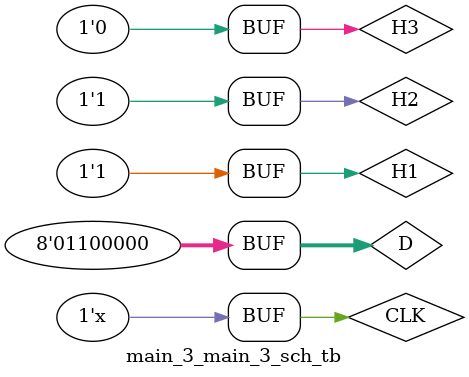
<source format=v>

`timescale 1ns / 1ps

module main_3_main_3_sch_tb();

// Inputs
   reg H3;
   reg H2;
   reg H1;
   reg CLK;
   reg [7:0] D;

// Output
   wire A;
   wire AA;
   wire B;
   wire BB;
   wire C;
   wire CC;

// Bidirs

// Instantiate the UUT
   main_3 UUT (
		.H3(H3), 
		.H2(H2), 
		.H1(H1), 
		.A(A), 
		.AA(AA), 
		.B(B), 
		.BB(BB), 
		.C(C), 
		.CC(CC), 
		.CLK(CLK), 
		.D(D)
   );
// Initialize Inputs
initial begin
		H3 = 0;
		H2 = 0;
		H1 = 0;
	   D =8'b01100000;
		CLK=1;	
   end
	always begin
	#10;
	CLK=~CLK;
	end
	always begin
	H1=1;
	#200000;
	H1=0;
	#300000;
	H1=1;
	#100000;	
	end
	always begin
	H2=0;
	#300000;
	H2=1;
	#300000;
	end
	always begin
	H3=0;
	#100000;
	H3=1;
	#300000;
	H3=0;
	#200000;
	end


   
endmodule

</source>
